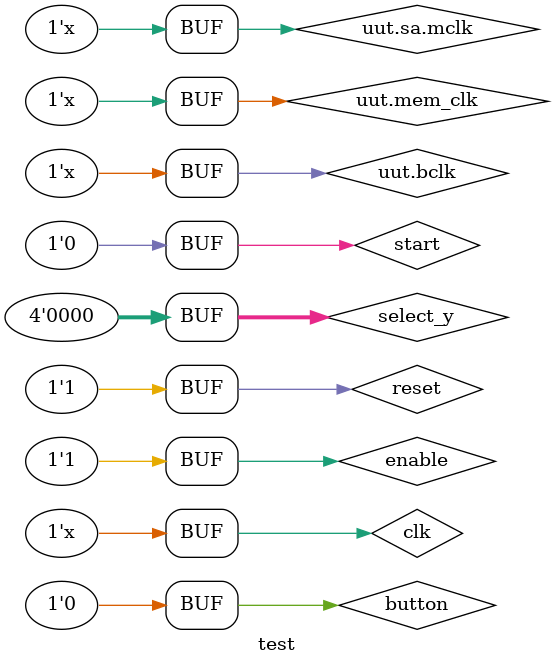
<source format=v>
`timescale 1ns / 1ps


module test;

	// Inputs
	reg button;
	reg clk;
	reg reset;
	reg enable;
	reg start;
	reg [3:0] select_y;

	// Outputs
	wire [3:0] en;
	wire [6:0] y;

	// Instantiate the Unit Under Test (UUT)
	top uut (
		.button(button), 
		.clk(clk), 
		.reset(reset), 
		.enable(enable), 
		.start(start), 
		.select_y(select_y), 
		.en(en), 
		.y(y)
	);

	initial begin
		// Initialize Inputs
		button = 0;
		clk = 0;
		reset = 0;
		enable = 0;
		start = 0;
		select_y = 0;

		// Wait 100 ns for global reset to finish
		#100;
        
		// Add stimulus here
$display("  t: pc:     id_ir      :reg_A:reg_B:reg_C:da: dd :w:reC1:gr1 :gr2 :gr3 :gr4 :gr5 :gr6 :gr7 :NF:ZF:CF");
$monitor("%d:%d:%b:%h :%h :%h :%h:%h:%b:%h:%h:%h:%h:%h:%h:%h:%h:%b :%b :%b ", uut.ticks, uut.cpu_instance.pc, uut.cpu_instance.id_ir, uut.cpu_instance.reg_A, uut.cpu_instance.reg_B, uut.cpu_instance.reg_C, uut.d_addr, uut.d_dataout, uut.d_we, uut.cpu_instance.reg_C1, uut.cpu_instance.gr[1], uut.cpu_instance.gr[2], uut.cpu_instance.gr[3], uut.cpu_instance.gr[4], uut.cpu_instance.gr[5], uut.cpu_instance.gr[6], uut.cpu_instance.gr[7], uut.cpu_instance.nf, uut.cpu_instance.zf, uut.cpu_instance.cf);
	
enable <= 1; start <= 0; select_y <= 0;

#10 reset <= 0;
#10 reset <= 1;
#10 enable <= 1;
#10 start <=1;
#10 start <= 0;
	end
      always #1  clk= ~clk;
      always #2 uut.bclk=~uut.bclk;
      always #10 uut.mem_clk=~uut.mem_clk;
      assign uut.sa.mclk = uut.sa.count[0];
endmodule

</source>
